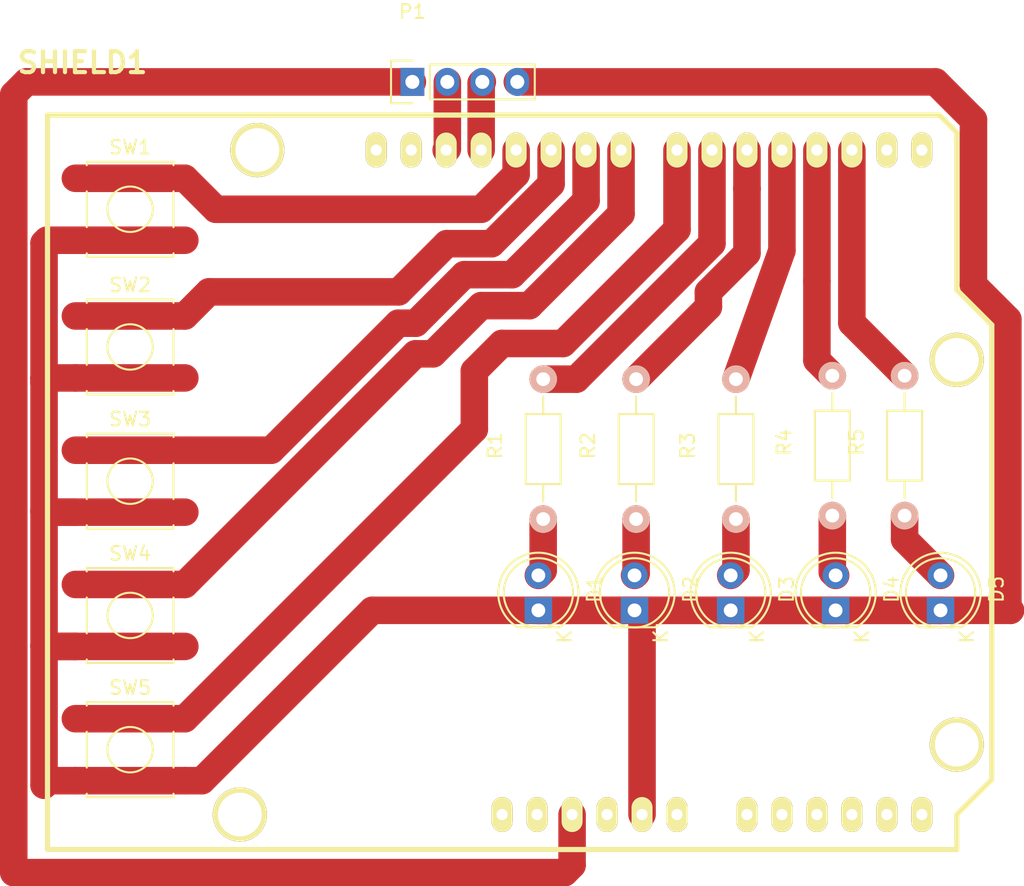
<source format=kicad_pcb>
(kicad_pcb (version 4) (host pcbnew 4.0.2-stable)

  (general
    (links 39)
    (no_connects 0)
    (area 143.75703 43.025 219.640002 107.880002)
    (thickness 1.6)
    (drawings 0)
    (tracks 109)
    (zones 0)
    (modules 17)
    (nets 34)
  )

  (page A4)
  (layers
    (0 F.Cu signal)
    (31 B.Cu signal)
    (32 B.Adhes user)
    (33 F.Adhes user)
    (34 B.Paste user)
    (35 F.Paste user)
    (36 B.SilkS user)
    (37 F.SilkS user)
    (38 B.Mask user)
    (39 F.Mask user)
    (40 Dwgs.User user)
    (41 Cmts.User user)
    (42 Eco1.User user)
    (43 Eco2.User user)
    (44 Edge.Cuts user)
    (45 Margin user)
    (46 B.CrtYd user)
    (47 F.CrtYd user)
    (48 B.Fab user)
    (49 F.Fab user)
  )

  (setup
    (last_trace_width 2)
    (trace_clearance 0.2)
    (zone_clearance 0.5)
    (zone_45_only no)
    (trace_min 0.2)
    (segment_width 0.2)
    (edge_width 0.15)
    (via_size 0.6)
    (via_drill 0.4)
    (via_min_size 0.4)
    (via_min_drill 0.3)
    (uvia_size 0.3)
    (uvia_drill 0.1)
    (uvias_allowed no)
    (uvia_min_size 0.2)
    (uvia_min_drill 0.1)
    (pcb_text_width 0.3)
    (pcb_text_size 1.5 1.5)
    (mod_edge_width 0.15)
    (mod_text_size 1 1)
    (mod_text_width 0.15)
    (pad_size 2 1.9)
    (pad_drill 1.00076)
    (pad_to_mask_clearance 0.2)
    (aux_axis_origin 0 0)
    (visible_elements FFFFFF7F)
    (pcbplotparams
      (layerselection 0x00000_00000001)
      (usegerberextensions false)
      (excludeedgelayer true)
      (linewidth 0.100000)
      (plotframeref false)
      (viasonmask false)
      (mode 1)
      (useauxorigin false)
      (hpglpennumber 1)
      (hpglpenspeed 20)
      (hpglpendiameter 15)
      (hpglpenoverlay 2)
      (psnegative false)
      (psa4output false)
      (plotreference false)
      (plotvalue false)
      (plotinvisibletext false)
      (padsonsilk false)
      (subtractmaskfromsilk false)
      (outputformat 5)
      (mirror false)
      (drillshape 2)
      (scaleselection 1)
      (outputdirectory ""))
  )

  (net 0 "")
  (net 1 "Net-(D1-Pad1)")
  (net 2 "Net-(D1-Pad2)")
  (net 3 "Net-(P1-Pad1)")
  (net 4 "Net-(P1-Pad2)")
  (net 5 "Net-(P1-Pad3)")
  (net 6 "Net-(R1-Pad2)")
  (net 7 "Net-(R2-Pad2)")
  (net 8 "Net-(R3-Pad2)")
  (net 9 "Net-(R4-Pad2)")
  (net 10 "Net-(R5-Pad2)")
  (net 11 "Net-(SHIELD1-PadAD5)")
  (net 12 "Net-(SHIELD1-PadAD4)")
  (net 13 "Net-(SHIELD1-PadAD3)")
  (net 14 "Net-(SHIELD1-PadAD0)")
  (net 15 "Net-(SHIELD1-PadAD1)")
  (net 16 "Net-(SHIELD1-PadAD2)")
  (net 17 "Net-(SHIELD1-PadV_IN)")
  (net 18 "Net-(SHIELD1-PadGND1)")
  (net 19 "Net-(SHIELD1-Pad3V3)")
  (net 20 "Net-(SHIELD1-PadRST)")
  (net 21 "Net-(SHIELD1-Pad0)")
  (net 22 "Net-(SHIELD1-Pad1)")
  (net 23 "Net-(SHIELD1-Pad7)")
  (net 24 "Net-(SHIELD1-Pad8)")
  (net 25 "Net-(SHIELD1-Pad9)")
  (net 26 "Net-(SHIELD1-Pad10)")
  (net 27 "Net-(SHIELD1-Pad11)")
  (net 28 "Net-(SHIELD1-PadGND3)")
  (net 29 "Net-(SHIELD1-PadAREF)")
  (net 30 "Net-(D3-Pad2)")
  (net 31 "Net-(D4-Pad2)")
  (net 32 "Net-(D5-Pad2)")
  (net 33 "Net-(D2-Pad2)")

  (net_class Default "This is the default net class."
    (clearance 0.2)
    (trace_width 2)
    (via_dia 0.6)
    (via_drill 0.4)
    (uvia_dia 0.3)
    (uvia_drill 0.1)
    (add_net "Net-(D1-Pad1)")
    (add_net "Net-(D1-Pad2)")
    (add_net "Net-(D2-Pad2)")
    (add_net "Net-(D3-Pad2)")
    (add_net "Net-(D4-Pad2)")
    (add_net "Net-(D5-Pad2)")
    (add_net "Net-(P1-Pad1)")
    (add_net "Net-(P1-Pad2)")
    (add_net "Net-(P1-Pad3)")
    (add_net "Net-(R1-Pad2)")
    (add_net "Net-(R2-Pad2)")
    (add_net "Net-(R3-Pad2)")
    (add_net "Net-(R4-Pad2)")
    (add_net "Net-(R5-Pad2)")
    (add_net "Net-(SHIELD1-Pad0)")
    (add_net "Net-(SHIELD1-Pad1)")
    (add_net "Net-(SHIELD1-Pad10)")
    (add_net "Net-(SHIELD1-Pad11)")
    (add_net "Net-(SHIELD1-Pad3V3)")
    (add_net "Net-(SHIELD1-Pad7)")
    (add_net "Net-(SHIELD1-Pad8)")
    (add_net "Net-(SHIELD1-Pad9)")
    (add_net "Net-(SHIELD1-PadAD0)")
    (add_net "Net-(SHIELD1-PadAD1)")
    (add_net "Net-(SHIELD1-PadAD2)")
    (add_net "Net-(SHIELD1-PadAD3)")
    (add_net "Net-(SHIELD1-PadAD4)")
    (add_net "Net-(SHIELD1-PadAD5)")
    (add_net "Net-(SHIELD1-PadAREF)")
    (add_net "Net-(SHIELD1-PadGND1)")
    (add_net "Net-(SHIELD1-PadGND3)")
    (add_net "Net-(SHIELD1-PadRST)")
    (add_net "Net-(SHIELD1-PadV_IN)")
  )

  (module LEDs:LED-5MM (layer F.Cu) (tedit 5570F7EA) (tstamp 586EE5DE)
    (at 184.15 87.63 90)
    (descr "LED 5mm round vertical")
    (tags "LED 5mm round vertical")
    (path /586EE6BA)
    (fp_text reference D1 (at 1.524 4.064 90) (layer F.SilkS)
      (effects (font (size 1 1) (thickness 0.15)))
    )
    (fp_text value LED (at 1.524 -3.937 90) (layer F.Fab)
      (effects (font (size 1 1) (thickness 0.15)))
    )
    (fp_line (start -1.5 -1.55) (end -1.5 1.55) (layer F.CrtYd) (width 0.05))
    (fp_arc (start 1.3 0) (end -1.5 1.55) (angle -302) (layer F.CrtYd) (width 0.05))
    (fp_arc (start 1.27 0) (end -1.23 -1.5) (angle 297.5) (layer F.SilkS) (width 0.15))
    (fp_line (start -1.23 1.5) (end -1.23 -1.5) (layer F.SilkS) (width 0.15))
    (fp_circle (center 1.27 0) (end 0.97 -2.5) (layer F.SilkS) (width 0.15))
    (fp_text user K (at -1.905 1.905 90) (layer F.SilkS)
      (effects (font (size 1 1) (thickness 0.15)))
    )
    (pad 1 thru_hole rect (at 0 0 180) (size 2 1.9) (drill 1.00076) (layers *.Cu *.Mask)
      (net 1 "Net-(D1-Pad1)"))
    (pad 2 thru_hole circle (at 2.54 0 90) (size 1.9 1.9) (drill 1.00076) (layers *.Cu *.Mask)
      (net 2 "Net-(D1-Pad2)"))
    (model LEDs.3dshapes/LED-5MM.wrl
      (at (xyz 0.05 0 0))
      (scale (xyz 1 1 1))
      (rotate (xyz 0 0 90))
    )
  )

  (module LEDs:LED-5MM (layer F.Cu) (tedit 588D1552) (tstamp 586EE5E4)
    (at 191.135 87.63 90)
    (descr "LED 5mm round vertical")
    (tags "LED 5mm round vertical")
    (path /586EE4DB)
    (fp_text reference D2 (at 1.524 4.064 90) (layer F.SilkS)
      (effects (font (size 1 1) (thickness 0.15)))
    )
    (fp_text value LED (at 1.524 -3.937 90) (layer F.Fab)
      (effects (font (size 1 1) (thickness 0.15)))
    )
    (fp_line (start -1.5 -1.55) (end -1.5 1.55) (layer F.CrtYd) (width 0.05))
    (fp_arc (start 1.3 0) (end -1.5 1.55) (angle -302) (layer F.CrtYd) (width 0.05))
    (fp_arc (start 1.27 0) (end -1.23 -1.5) (angle 297.5) (layer F.SilkS) (width 0.15))
    (fp_line (start -1.23 1.5) (end -1.23 -1.5) (layer F.SilkS) (width 0.15))
    (fp_circle (center 1.27 0) (end 0.97 -2.5) (layer F.SilkS) (width 0.15))
    (fp_text user K (at -1.905 1.905 90) (layer F.SilkS)
      (effects (font (size 1 1) (thickness 0.15)))
    )
    (pad 1 thru_hole rect (at 0 0 180) (size 2 1.9) (drill 1.00076) (layers *.Cu *.Mask)
      (net 1 "Net-(D1-Pad1)"))
    (pad 2 thru_hole circle (at 2.54 0 90) (size 1.9 1.9) (drill 1.00076) (layers *.Cu *.Mask)
      (net 33 "Net-(D2-Pad2)"))
    (model LEDs.3dshapes/LED-5MM.wrl
      (at (xyz 0.05 0 0))
      (scale (xyz 1 1 1))
      (rotate (xyz 0 0 90))
    )
  )

  (module LEDs:LED-5MM (layer F.Cu) (tedit 5570F7EA) (tstamp 586EE5EA)
    (at 198.12 87.63 90)
    (descr "LED 5mm round vertical")
    (tags "LED 5mm round vertical")
    (path /586EE51D)
    (fp_text reference D3 (at 1.524 4.064 90) (layer F.SilkS)
      (effects (font (size 1 1) (thickness 0.15)))
    )
    (fp_text value LED (at 1.524 -3.937 90) (layer F.Fab)
      (effects (font (size 1 1) (thickness 0.15)))
    )
    (fp_line (start -1.5 -1.55) (end -1.5 1.55) (layer F.CrtYd) (width 0.05))
    (fp_arc (start 1.3 0) (end -1.5 1.55) (angle -302) (layer F.CrtYd) (width 0.05))
    (fp_arc (start 1.27 0) (end -1.23 -1.5) (angle 297.5) (layer F.SilkS) (width 0.15))
    (fp_line (start -1.23 1.5) (end -1.23 -1.5) (layer F.SilkS) (width 0.15))
    (fp_circle (center 1.27 0) (end 0.97 -2.5) (layer F.SilkS) (width 0.15))
    (fp_text user K (at -1.905 1.905 90) (layer F.SilkS)
      (effects (font (size 1 1) (thickness 0.15)))
    )
    (pad 1 thru_hole rect (at 0 0 180) (size 2 1.9) (drill 1.00076) (layers *.Cu *.Mask)
      (net 1 "Net-(D1-Pad1)"))
    (pad 2 thru_hole circle (at 2.54 0 90) (size 1.9 1.9) (drill 1.00076) (layers *.Cu *.Mask)
      (net 30 "Net-(D3-Pad2)"))
    (model LEDs.3dshapes/LED-5MM.wrl
      (at (xyz 0.05 0 0))
      (scale (xyz 1 1 1))
      (rotate (xyz 0 0 90))
    )
  )

  (module LEDs:LED-5MM (layer F.Cu) (tedit 5570F7EA) (tstamp 586EE5F0)
    (at 205.74 87.63 90)
    (descr "LED 5mm round vertical")
    (tags "LED 5mm round vertical")
    (path /586EE601)
    (fp_text reference D4 (at 1.524 4.064 90) (layer F.SilkS)
      (effects (font (size 1 1) (thickness 0.15)))
    )
    (fp_text value LED (at 1.524 -3.937 90) (layer F.Fab)
      (effects (font (size 1 1) (thickness 0.15)))
    )
    (fp_line (start -1.5 -1.55) (end -1.5 1.55) (layer F.CrtYd) (width 0.05))
    (fp_arc (start 1.3 0) (end -1.5 1.55) (angle -302) (layer F.CrtYd) (width 0.05))
    (fp_arc (start 1.27 0) (end -1.23 -1.5) (angle 297.5) (layer F.SilkS) (width 0.15))
    (fp_line (start -1.23 1.5) (end -1.23 -1.5) (layer F.SilkS) (width 0.15))
    (fp_circle (center 1.27 0) (end 0.97 -2.5) (layer F.SilkS) (width 0.15))
    (fp_text user K (at -1.905 1.905 90) (layer F.SilkS)
      (effects (font (size 1 1) (thickness 0.15)))
    )
    (pad 1 thru_hole rect (at 0 0 180) (size 2 1.9) (drill 1.00076) (layers *.Cu *.Mask)
      (net 1 "Net-(D1-Pad1)"))
    (pad 2 thru_hole circle (at 2.54 0 90) (size 1.9 1.9) (drill 1.00076) (layers *.Cu *.Mask)
      (net 31 "Net-(D4-Pad2)"))
    (model LEDs.3dshapes/LED-5MM.wrl
      (at (xyz 0.05 0 0))
      (scale (xyz 1 1 1))
      (rotate (xyz 0 0 90))
    )
  )

  (module LEDs:LED-5MM (layer F.Cu) (tedit 5570F7EA) (tstamp 586EE5F6)
    (at 213.36 87.63 90)
    (descr "LED 5mm round vertical")
    (tags "LED 5mm round vertical")
    (path /586EE62F)
    (fp_text reference D5 (at 1.524 4.064 90) (layer F.SilkS)
      (effects (font (size 1 1) (thickness 0.15)))
    )
    (fp_text value LED (at 1.524 -3.937 90) (layer F.Fab)
      (effects (font (size 1 1) (thickness 0.15)))
    )
    (fp_line (start -1.5 -1.55) (end -1.5 1.55) (layer F.CrtYd) (width 0.05))
    (fp_arc (start 1.3 0) (end -1.5 1.55) (angle -302) (layer F.CrtYd) (width 0.05))
    (fp_arc (start 1.27 0) (end -1.23 -1.5) (angle 297.5) (layer F.SilkS) (width 0.15))
    (fp_line (start -1.23 1.5) (end -1.23 -1.5) (layer F.SilkS) (width 0.15))
    (fp_circle (center 1.27 0) (end 0.97 -2.5) (layer F.SilkS) (width 0.15))
    (fp_text user K (at -1.905 1.905 90) (layer F.SilkS)
      (effects (font (size 1 1) (thickness 0.15)))
    )
    (pad 1 thru_hole rect (at 0 0 180) (size 2 1.9) (drill 1.00076) (layers *.Cu *.Mask)
      (net 1 "Net-(D1-Pad1)"))
    (pad 2 thru_hole circle (at 2.54 0 90) (size 1.9 1.9) (drill 1.00076) (layers *.Cu *.Mask)
      (net 32 "Net-(D5-Pad2)"))
    (model LEDs.3dshapes/LED-5MM.wrl
      (at (xyz 0.05 0 0))
      (scale (xyz 1 1 1))
      (rotate (xyz 0 0 90))
    )
  )

  (module Socket_Strips:Socket_Strip_Straight_1x04 (layer F.Cu) (tedit 0) (tstamp 586EE5FE)
    (at 175 49.25)
    (descr "Through hole socket strip")
    (tags "socket strip")
    (path /586EE8F7)
    (fp_text reference P1 (at 0 -5.1) (layer F.SilkS)
      (effects (font (size 1 1) (thickness 0.15)))
    )
    (fp_text value CONN_01X04 (at 0 -3.1) (layer F.Fab)
      (effects (font (size 1 1) (thickness 0.15)))
    )
    (fp_line (start -1.75 -1.75) (end -1.75 1.75) (layer F.CrtYd) (width 0.05))
    (fp_line (start 9.4 -1.75) (end 9.4 1.75) (layer F.CrtYd) (width 0.05))
    (fp_line (start -1.75 -1.75) (end 9.4 -1.75) (layer F.CrtYd) (width 0.05))
    (fp_line (start -1.75 1.75) (end 9.4 1.75) (layer F.CrtYd) (width 0.05))
    (fp_line (start 1.27 -1.27) (end 8.89 -1.27) (layer F.SilkS) (width 0.15))
    (fp_line (start 1.27 1.27) (end 8.89 1.27) (layer F.SilkS) (width 0.15))
    (fp_line (start -1.55 1.55) (end 0 1.55) (layer F.SilkS) (width 0.15))
    (fp_line (start 8.89 -1.27) (end 8.89 1.27) (layer F.SilkS) (width 0.15))
    (fp_line (start 1.27 1.27) (end 1.27 -1.27) (layer F.SilkS) (width 0.15))
    (fp_line (start 0 -1.55) (end -1.55 -1.55) (layer F.SilkS) (width 0.15))
    (fp_line (start -1.55 -1.55) (end -1.55 1.55) (layer F.SilkS) (width 0.15))
    (pad 1 thru_hole rect (at 0 0) (size 1.7272 2.032) (drill 1.016) (layers *.Cu *.Mask)
      (net 3 "Net-(P1-Pad1)"))
    (pad 2 thru_hole oval (at 2.54 0) (size 1.7272 2.032) (drill 1.016) (layers *.Cu *.Mask)
      (net 4 "Net-(P1-Pad2)"))
    (pad 3 thru_hole oval (at 5.08 0) (size 1.7272 2.032) (drill 1.016) (layers *.Cu *.Mask)
      (net 5 "Net-(P1-Pad3)"))
    (pad 4 thru_hole oval (at 7.62 0) (size 1.7272 2.032) (drill 1.016) (layers *.Cu *.Mask)
      (net 1 "Net-(D1-Pad1)"))
    (model Socket_Strips.3dshapes/Socket_Strip_Straight_1x04.wrl
      (at (xyz 0.15 0 0))
      (scale (xyz 1 1 1))
      (rotate (xyz 0 0 180))
    )
  )

  (module Resistors_ThroughHole:Resistor_Horizontal_RM10mm (layer F.Cu) (tedit 56648415) (tstamp 586EE604)
    (at 184.5 81 90)
    (descr "Resistor, Axial,  RM 10mm, 1/3W")
    (tags "Resistor Axial RM 10mm 1/3W")
    (path /586EE4B9)
    (fp_text reference R1 (at 5.32892 -3.50012 90) (layer F.SilkS)
      (effects (font (size 1 1) (thickness 0.15)))
    )
    (fp_text value R (at 5.08 3.81 90) (layer F.Fab)
      (effects (font (size 1 1) (thickness 0.15)))
    )
    (fp_line (start -1.25 -1.5) (end 11.4 -1.5) (layer F.CrtYd) (width 0.05))
    (fp_line (start -1.25 1.5) (end -1.25 -1.5) (layer F.CrtYd) (width 0.05))
    (fp_line (start 11.4 -1.5) (end 11.4 1.5) (layer F.CrtYd) (width 0.05))
    (fp_line (start -1.25 1.5) (end 11.4 1.5) (layer F.CrtYd) (width 0.05))
    (fp_line (start 2.54 -1.27) (end 7.62 -1.27) (layer F.SilkS) (width 0.15))
    (fp_line (start 7.62 -1.27) (end 7.62 1.27) (layer F.SilkS) (width 0.15))
    (fp_line (start 7.62 1.27) (end 2.54 1.27) (layer F.SilkS) (width 0.15))
    (fp_line (start 2.54 1.27) (end 2.54 -1.27) (layer F.SilkS) (width 0.15))
    (fp_line (start 2.54 0) (end 1.27 0) (layer F.SilkS) (width 0.15))
    (fp_line (start 7.62 0) (end 8.89 0) (layer F.SilkS) (width 0.15))
    (pad 1 thru_hole circle (at 0 0 90) (size 1.99898 1.99898) (drill 1.00076) (layers *.Cu *.SilkS *.Mask)
      (net 2 "Net-(D1-Pad2)"))
    (pad 2 thru_hole circle (at 10.16 0 90) (size 1.99898 1.99898) (drill 1.00076) (layers *.Cu *.SilkS *.Mask)
      (net 6 "Net-(R1-Pad2)"))
    (model Resistors_ThroughHole.3dshapes/Resistor_Horizontal_RM10mm.wrl
      (at (xyz 0.2 0 0))
      (scale (xyz 0.4 0.4 0.4))
      (rotate (xyz 0 0 0))
    )
  )

  (module Resistors_ThroughHole:Resistor_Horizontal_RM10mm (layer F.Cu) (tedit 56648415) (tstamp 586EE60A)
    (at 191.25 81 90)
    (descr "Resistor, Axial,  RM 10mm, 1/3W")
    (tags "Resistor Axial RM 10mm 1/3W")
    (path /586EE494)
    (fp_text reference R2 (at 5.32892 -3.50012 90) (layer F.SilkS)
      (effects (font (size 1 1) (thickness 0.15)))
    )
    (fp_text value R (at 5.08 3.81 90) (layer F.Fab)
      (effects (font (size 1 1) (thickness 0.15)))
    )
    (fp_line (start -1.25 -1.5) (end 11.4 -1.5) (layer F.CrtYd) (width 0.05))
    (fp_line (start -1.25 1.5) (end -1.25 -1.5) (layer F.CrtYd) (width 0.05))
    (fp_line (start 11.4 -1.5) (end 11.4 1.5) (layer F.CrtYd) (width 0.05))
    (fp_line (start -1.25 1.5) (end 11.4 1.5) (layer F.CrtYd) (width 0.05))
    (fp_line (start 2.54 -1.27) (end 7.62 -1.27) (layer F.SilkS) (width 0.15))
    (fp_line (start 7.62 -1.27) (end 7.62 1.27) (layer F.SilkS) (width 0.15))
    (fp_line (start 7.62 1.27) (end 2.54 1.27) (layer F.SilkS) (width 0.15))
    (fp_line (start 2.54 1.27) (end 2.54 -1.27) (layer F.SilkS) (width 0.15))
    (fp_line (start 2.54 0) (end 1.27 0) (layer F.SilkS) (width 0.15))
    (fp_line (start 7.62 0) (end 8.89 0) (layer F.SilkS) (width 0.15))
    (pad 1 thru_hole circle (at 0 0 90) (size 1.99898 1.99898) (drill 1.00076) (layers *.Cu *.SilkS *.Mask)
      (net 33 "Net-(D2-Pad2)"))
    (pad 2 thru_hole circle (at 10.16 0 90) (size 1.99898 1.99898) (drill 1.00076) (layers *.Cu *.SilkS *.Mask)
      (net 7 "Net-(R2-Pad2)"))
    (model Resistors_ThroughHole.3dshapes/Resistor_Horizontal_RM10mm.wrl
      (at (xyz 0.2 0 0))
      (scale (xyz 0.4 0.4 0.4))
      (rotate (xyz 0 0 0))
    )
  )

  (module Resistors_ThroughHole:Resistor_Horizontal_RM10mm (layer F.Cu) (tedit 56648415) (tstamp 586EE610)
    (at 198.5 81 90)
    (descr "Resistor, Axial,  RM 10mm, 1/3W")
    (tags "Resistor Axial RM 10mm 1/3W")
    (path /586EE478)
    (fp_text reference R3 (at 5.32892 -3.50012 90) (layer F.SilkS)
      (effects (font (size 1 1) (thickness 0.15)))
    )
    (fp_text value R (at 5.08 3.81 90) (layer F.Fab)
      (effects (font (size 1 1) (thickness 0.15)))
    )
    (fp_line (start -1.25 -1.5) (end 11.4 -1.5) (layer F.CrtYd) (width 0.05))
    (fp_line (start -1.25 1.5) (end -1.25 -1.5) (layer F.CrtYd) (width 0.05))
    (fp_line (start 11.4 -1.5) (end 11.4 1.5) (layer F.CrtYd) (width 0.05))
    (fp_line (start -1.25 1.5) (end 11.4 1.5) (layer F.CrtYd) (width 0.05))
    (fp_line (start 2.54 -1.27) (end 7.62 -1.27) (layer F.SilkS) (width 0.15))
    (fp_line (start 7.62 -1.27) (end 7.62 1.27) (layer F.SilkS) (width 0.15))
    (fp_line (start 7.62 1.27) (end 2.54 1.27) (layer F.SilkS) (width 0.15))
    (fp_line (start 2.54 1.27) (end 2.54 -1.27) (layer F.SilkS) (width 0.15))
    (fp_line (start 2.54 0) (end 1.27 0) (layer F.SilkS) (width 0.15))
    (fp_line (start 7.62 0) (end 8.89 0) (layer F.SilkS) (width 0.15))
    (pad 1 thru_hole circle (at 0 0 90) (size 1.99898 1.99898) (drill 1.00076) (layers *.Cu *.SilkS *.Mask)
      (net 30 "Net-(D3-Pad2)"))
    (pad 2 thru_hole circle (at 10.16 0 90) (size 1.99898 1.99898) (drill 1.00076) (layers *.Cu *.SilkS *.Mask)
      (net 8 "Net-(R3-Pad2)"))
    (model Resistors_ThroughHole.3dshapes/Resistor_Horizontal_RM10mm.wrl
      (at (xyz 0.2 0 0))
      (scale (xyz 0.4 0.4 0.4))
      (rotate (xyz 0 0 0))
    )
  )

  (module Resistors_ThroughHole:Resistor_Horizontal_RM10mm (layer F.Cu) (tedit 56648415) (tstamp 586EE616)
    (at 205.5 80.75 90)
    (descr "Resistor, Axial,  RM 10mm, 1/3W")
    (tags "Resistor Axial RM 10mm 1/3W")
    (path /586EE17D)
    (fp_text reference R4 (at 5.32892 -3.50012 90) (layer F.SilkS)
      (effects (font (size 1 1) (thickness 0.15)))
    )
    (fp_text value R (at 5.08 3.81 90) (layer F.Fab)
      (effects (font (size 1 1) (thickness 0.15)))
    )
    (fp_line (start -1.25 -1.5) (end 11.4 -1.5) (layer F.CrtYd) (width 0.05))
    (fp_line (start -1.25 1.5) (end -1.25 -1.5) (layer F.CrtYd) (width 0.05))
    (fp_line (start 11.4 -1.5) (end 11.4 1.5) (layer F.CrtYd) (width 0.05))
    (fp_line (start -1.25 1.5) (end 11.4 1.5) (layer F.CrtYd) (width 0.05))
    (fp_line (start 2.54 -1.27) (end 7.62 -1.27) (layer F.SilkS) (width 0.15))
    (fp_line (start 7.62 -1.27) (end 7.62 1.27) (layer F.SilkS) (width 0.15))
    (fp_line (start 7.62 1.27) (end 2.54 1.27) (layer F.SilkS) (width 0.15))
    (fp_line (start 2.54 1.27) (end 2.54 -1.27) (layer F.SilkS) (width 0.15))
    (fp_line (start 2.54 0) (end 1.27 0) (layer F.SilkS) (width 0.15))
    (fp_line (start 7.62 0) (end 8.89 0) (layer F.SilkS) (width 0.15))
    (pad 1 thru_hole circle (at 0 0 90) (size 1.99898 1.99898) (drill 1.00076) (layers *.Cu *.SilkS *.Mask)
      (net 31 "Net-(D4-Pad2)"))
    (pad 2 thru_hole circle (at 10.16 0 90) (size 1.99898 1.99898) (drill 1.00076) (layers *.Cu *.SilkS *.Mask)
      (net 9 "Net-(R4-Pad2)"))
    (model Resistors_ThroughHole.3dshapes/Resistor_Horizontal_RM10mm.wrl
      (at (xyz 0.2 0 0))
      (scale (xyz 0.4 0.4 0.4))
      (rotate (xyz 0 0 0))
    )
  )

  (module Resistors_ThroughHole:Resistor_Horizontal_RM10mm (layer F.Cu) (tedit 56648415) (tstamp 586EE61C)
    (at 210.75 80.75 90)
    (descr "Resistor, Axial,  RM 10mm, 1/3W")
    (tags "Resistor Axial RM 10mm 1/3W")
    (path /586EE2DF)
    (fp_text reference R5 (at 5.32892 -3.50012 90) (layer F.SilkS)
      (effects (font (size 1 1) (thickness 0.15)))
    )
    (fp_text value R (at 5.08 3.81 90) (layer F.Fab)
      (effects (font (size 1 1) (thickness 0.15)))
    )
    (fp_line (start -1.25 -1.5) (end 11.4 -1.5) (layer F.CrtYd) (width 0.05))
    (fp_line (start -1.25 1.5) (end -1.25 -1.5) (layer F.CrtYd) (width 0.05))
    (fp_line (start 11.4 -1.5) (end 11.4 1.5) (layer F.CrtYd) (width 0.05))
    (fp_line (start -1.25 1.5) (end 11.4 1.5) (layer F.CrtYd) (width 0.05))
    (fp_line (start 2.54 -1.27) (end 7.62 -1.27) (layer F.SilkS) (width 0.15))
    (fp_line (start 7.62 -1.27) (end 7.62 1.27) (layer F.SilkS) (width 0.15))
    (fp_line (start 7.62 1.27) (end 2.54 1.27) (layer F.SilkS) (width 0.15))
    (fp_line (start 2.54 1.27) (end 2.54 -1.27) (layer F.SilkS) (width 0.15))
    (fp_line (start 2.54 0) (end 1.27 0) (layer F.SilkS) (width 0.15))
    (fp_line (start 7.62 0) (end 8.89 0) (layer F.SilkS) (width 0.15))
    (pad 1 thru_hole circle (at 0 0 90) (size 1.99898 1.99898) (drill 1.00076) (layers *.Cu *.SilkS *.Mask)
      (net 32 "Net-(D5-Pad2)"))
    (pad 2 thru_hole circle (at 10.16 0 90) (size 1.99898 1.99898) (drill 1.00076) (layers *.Cu *.SilkS *.Mask)
      (net 10 "Net-(R5-Pad2)"))
    (model Resistors_ThroughHole.3dshapes/Resistor_Horizontal_RM10mm.wrl
      (at (xyz 0.2 0 0))
      (scale (xyz 0.4 0.4 0.4))
      (rotate (xyz 0 0 0))
    )
  )

  (module "arduino:ARDUINO SHIELD" (layer F.Cu) (tedit 4CD6A37D) (tstamp 586EE640)
    (at 148.5 105)
    (path /586EE053)
    (fp_text reference SHIELD1 (at 2.54 -57.15) (layer F.SilkS)
      (effects (font (thickness 0.3048)))
    )
    (fp_text value ARDUINO_SHIELD (at 5.08 -54.61) (layer F.SilkS) hide
      (effects (font (thickness 0.3048)))
    )
    (fp_line (start 66.04 -40.64) (end 66.04 -52.07) (layer F.SilkS) (width 0.381))
    (fp_line (start 66.04 -52.07) (end 64.77 -53.34) (layer F.SilkS) (width 0.381))
    (fp_line (start 64.77 -53.34) (end 0 -53.34) (layer F.SilkS) (width 0.381))
    (fp_line (start 66.04 0) (end 0 0) (layer F.SilkS) (width 0.381))
    (fp_line (start 0 0) (end 0 -53.34) (layer F.SilkS) (width 0.381))
    (fp_line (start 66.04 -40.64) (end 68.58 -38.1) (layer F.SilkS) (width 0.381))
    (fp_line (start 68.58 -38.1) (end 68.58 -5.08) (layer F.SilkS) (width 0.381))
    (fp_line (start 68.58 -5.08) (end 66.04 -2.54) (layer F.SilkS) (width 0.381))
    (fp_line (start 66.04 -2.54) (end 66.04 0) (layer F.SilkS) (width 0.381))
    (pad AD5 thru_hole oval (at 63.5 -2.54 90) (size 2.54 1.524) (drill 0.8128) (layers *.Cu *.Mask F.SilkS)
      (net 11 "Net-(SHIELD1-PadAD5)"))
    (pad AD4 thru_hole oval (at 60.96 -2.54 90) (size 2.54 1.524) (drill 0.8128) (layers *.Cu *.Mask F.SilkS)
      (net 12 "Net-(SHIELD1-PadAD4)"))
    (pad AD3 thru_hole oval (at 58.42 -2.54 90) (size 2.54 1.524) (drill 0.8128) (layers *.Cu *.Mask F.SilkS)
      (net 13 "Net-(SHIELD1-PadAD3)"))
    (pad AD0 thru_hole oval (at 50.8 -2.54 90) (size 2.54 1.524) (drill 0.8128) (layers *.Cu *.Mask F.SilkS)
      (net 14 "Net-(SHIELD1-PadAD0)"))
    (pad AD1 thru_hole oval (at 53.34 -2.54 90) (size 2.54 1.524) (drill 0.8128) (layers *.Cu *.Mask F.SilkS)
      (net 15 "Net-(SHIELD1-PadAD1)"))
    (pad AD2 thru_hole oval (at 55.88 -2.54 90) (size 2.54 1.524) (drill 0.8128) (layers *.Cu *.Mask F.SilkS)
      (net 16 "Net-(SHIELD1-PadAD2)"))
    (pad V_IN thru_hole oval (at 45.72 -2.54 90) (size 2.54 1.524) (drill 0.8128) (layers *.Cu *.Mask F.SilkS)
      (net 17 "Net-(SHIELD1-PadV_IN)"))
    (pad GND2 thru_hole oval (at 43.18 -2.54 90) (size 2.54 1.524) (drill 0.8128) (layers *.Cu *.Mask F.SilkS)
      (net 1 "Net-(D1-Pad1)"))
    (pad GND1 thru_hole oval (at 40.64 -2.54 90) (size 2.54 1.524) (drill 0.8128) (layers *.Cu *.Mask F.SilkS)
      (net 18 "Net-(SHIELD1-PadGND1)"))
    (pad 3V3 thru_hole oval (at 35.56 -2.54 90) (size 2.54 1.524) (drill 0.8128) (layers *.Cu *.Mask F.SilkS)
      (net 19 "Net-(SHIELD1-Pad3V3)"))
    (pad RST thru_hole oval (at 33.02 -2.54 90) (size 2.54 1.524) (drill 0.8128) (layers *.Cu *.Mask F.SilkS)
      (net 20 "Net-(SHIELD1-PadRST)"))
    (pad 0 thru_hole oval (at 63.5 -50.8 90) (size 2.54 1.524) (drill 0.8128) (layers *.Cu *.Mask F.SilkS)
      (net 21 "Net-(SHIELD1-Pad0)"))
    (pad 1 thru_hole oval (at 60.96 -50.8 90) (size 2.54 1.524) (drill 0.8128) (layers *.Cu *.Mask F.SilkS)
      (net 22 "Net-(SHIELD1-Pad1)"))
    (pad 2 thru_hole oval (at 58.42 -50.8 90) (size 2.54 1.524) (drill 0.8128) (layers *.Cu *.Mask F.SilkS)
      (net 10 "Net-(R5-Pad2)"))
    (pad 3 thru_hole oval (at 55.88 -50.8 90) (size 2.54 1.524) (drill 0.8128) (layers *.Cu *.Mask F.SilkS)
      (net 9 "Net-(R4-Pad2)"))
    (pad 4 thru_hole oval (at 53.34 -50.8 90) (size 2.54 1.524) (drill 0.8128) (layers *.Cu *.Mask F.SilkS)
      (net 8 "Net-(R3-Pad2)"))
    (pad 5 thru_hole oval (at 50.8 -50.8 90) (size 2.54 1.524) (drill 0.8128) (layers *.Cu *.Mask F.SilkS)
      (net 7 "Net-(R2-Pad2)"))
    (pad 6 thru_hole oval (at 48.26 -50.8 90) (size 2.54 1.524) (drill 0.8128) (layers *.Cu *.Mask F.SilkS)
      (net 6 "Net-(R1-Pad2)"))
    (pad 7 thru_hole oval (at 45.72 -50.8 90) (size 2.54 1.524) (drill 0.8128) (layers *.Cu *.Mask F.SilkS)
      (net 23 "Net-(SHIELD1-Pad7)"))
    (pad 8 thru_hole oval (at 41.656 -50.8 90) (size 2.54 1.524) (drill 0.8128) (layers *.Cu *.Mask F.SilkS)
      (net 24 "Net-(SHIELD1-Pad8)"))
    (pad 9 thru_hole oval (at 39.116 -50.8 90) (size 2.54 1.524) (drill 0.8128) (layers *.Cu *.Mask F.SilkS)
      (net 25 "Net-(SHIELD1-Pad9)"))
    (pad 10 thru_hole oval (at 36.576 -50.8 90) (size 2.54 1.524) (drill 0.8128) (layers *.Cu *.Mask F.SilkS)
      (net 26 "Net-(SHIELD1-Pad10)"))
    (pad 11 thru_hole oval (at 34.036 -50.8 90) (size 2.54 1.524) (drill 0.8128) (layers *.Cu *.Mask F.SilkS)
      (net 27 "Net-(SHIELD1-Pad11)"))
    (pad 12 thru_hole oval (at 31.496 -50.8 90) (size 2.54 1.524) (drill 0.8128) (layers *.Cu *.Mask F.SilkS)
      (net 5 "Net-(P1-Pad3)"))
    (pad 13 thru_hole oval (at 28.956 -50.8 90) (size 2.54 1.524) (drill 0.8128) (layers *.Cu *.Mask F.SilkS)
      (net 4 "Net-(P1-Pad2)"))
    (pad GND3 thru_hole oval (at 26.416 -50.8 90) (size 2.54 1.524) (drill 0.8128) (layers *.Cu *.Mask F.SilkS)
      (net 28 "Net-(SHIELD1-PadGND3)"))
    (pad AREF thru_hole oval (at 23.876 -50.8 90) (size 2.54 1.524) (drill 0.8128) (layers *.Cu *.Mask F.SilkS)
      (net 29 "Net-(SHIELD1-PadAREF)"))
    (pad 5V thru_hole oval (at 38.1 -2.54 90) (size 2.54 1.524) (drill 0.8128) (layers *.Cu *.Mask F.SilkS)
      (net 3 "Net-(P1-Pad1)"))
    (pad "" thru_hole circle (at 66.04 -7.62 90) (size 3.937 3.937) (drill 3.175) (layers *.Cu *.Mask F.SilkS))
    (pad "" thru_hole circle (at 66.04 -35.56 90) (size 3.937 3.937) (drill 3.175) (layers *.Cu *.Mask F.SilkS))
    (pad "" thru_hole circle (at 15.24 -50.8 90) (size 3.937 3.937) (drill 3.175) (layers *.Cu *.Mask F.SilkS))
    (pad "" thru_hole circle (at 13.97 -2.54 90) (size 3.937 3.937) (drill 3.175) (layers *.Cu *.Mask F.SilkS))
  )

  (module Buttons_Switches_SMD:SW_SPST_B3S-1000 (layer F.Cu) (tedit 56EDA1C6) (tstamp 586EE648)
    (at 154.5 58.5)
    (descr "Surface Mount Tactile Switch for High-Density Packaging")
    (tags "Tactile Switch")
    (path /586EED79)
    (attr smd)
    (fp_text reference SW1 (at 0 -4.5) (layer F.SilkS)
      (effects (font (size 1 1) (thickness 0.15)))
    )
    (fp_text value SPST (at 0 4.5) (layer F.Fab)
      (effects (font (size 1 1) (thickness 0.15)))
    )
    (fp_line (start -5 3.7) (end 5 3.7) (layer F.CrtYd) (width 0.05))
    (fp_line (start 5 3.7) (end 5 -3.7) (layer F.CrtYd) (width 0.05))
    (fp_line (start 5 -3.7) (end -5 -3.7) (layer F.CrtYd) (width 0.05))
    (fp_line (start -5 -3.7) (end -5 3.7) (layer F.CrtYd) (width 0.05))
    (fp_line (start -3.15 -3.2) (end -3.15 -3.45) (layer F.SilkS) (width 0.15))
    (fp_line (start -3.15 -3.45) (end 3.15 -3.45) (layer F.SilkS) (width 0.15))
    (fp_line (start 3.15 -3.45) (end 3.15 -3.2) (layer F.SilkS) (width 0.15))
    (fp_line (start -3.15 1.3) (end -3.15 -1.3) (layer F.SilkS) (width 0.15))
    (fp_line (start 3.15 3.2) (end 3.15 3.45) (layer F.SilkS) (width 0.15))
    (fp_line (start 3.15 3.45) (end -3.15 3.45) (layer F.SilkS) (width 0.15))
    (fp_line (start -3.15 3.45) (end -3.15 3.2) (layer F.SilkS) (width 0.15))
    (fp_line (start 3.15 -1.3) (end 3.15 1.3) (layer F.SilkS) (width 0.15))
    (fp_circle (center 0 0) (end 1.65 0) (layer F.SilkS) (width 0.15))
    (fp_line (start -3 -3.3) (end 3 -3.3) (layer F.Fab) (width 0.15))
    (fp_line (start 3 -3.3) (end 3 3.3) (layer F.Fab) (width 0.15))
    (fp_line (start 3 3.3) (end -3 3.3) (layer F.Fab) (width 0.15))
    (fp_line (start -3 3.3) (end -3 -3.3) (layer F.Fab) (width 0.15))
    (pad 1 smd rect (at -3.975 -2.25) (size 1.55 1.3) (layers F.Cu F.Paste F.Mask)
      (net 27 "Net-(SHIELD1-Pad11)"))
    (pad 1 smd rect (at 3.975 -2.25) (size 1.55 1.3) (layers F.Cu F.Paste F.Mask)
      (net 27 "Net-(SHIELD1-Pad11)"))
    (pad 2 smd rect (at -3.975 2.25) (size 1.55 1.3) (layers F.Cu F.Paste F.Mask)
      (net 1 "Net-(D1-Pad1)"))
    (pad 2 smd rect (at 3.975 2.25) (size 1.55 1.3) (layers F.Cu F.Paste F.Mask)
      (net 1 "Net-(D1-Pad1)"))
  )

  (module Buttons_Switches_SMD:SW_SPST_B3S-1000 (layer F.Cu) (tedit 56EDA1C6) (tstamp 586EE650)
    (at 154.5 68.5)
    (descr "Surface Mount Tactile Switch for High-Density Packaging")
    (tags "Tactile Switch")
    (path /586EED29)
    (attr smd)
    (fp_text reference SW2 (at 0 -4.5) (layer F.SilkS)
      (effects (font (size 1 1) (thickness 0.15)))
    )
    (fp_text value SPST (at 0 4.5) (layer F.Fab)
      (effects (font (size 1 1) (thickness 0.15)))
    )
    (fp_line (start -5 3.7) (end 5 3.7) (layer F.CrtYd) (width 0.05))
    (fp_line (start 5 3.7) (end 5 -3.7) (layer F.CrtYd) (width 0.05))
    (fp_line (start 5 -3.7) (end -5 -3.7) (layer F.CrtYd) (width 0.05))
    (fp_line (start -5 -3.7) (end -5 3.7) (layer F.CrtYd) (width 0.05))
    (fp_line (start -3.15 -3.2) (end -3.15 -3.45) (layer F.SilkS) (width 0.15))
    (fp_line (start -3.15 -3.45) (end 3.15 -3.45) (layer F.SilkS) (width 0.15))
    (fp_line (start 3.15 -3.45) (end 3.15 -3.2) (layer F.SilkS) (width 0.15))
    (fp_line (start -3.15 1.3) (end -3.15 -1.3) (layer F.SilkS) (width 0.15))
    (fp_line (start 3.15 3.2) (end 3.15 3.45) (layer F.SilkS) (width 0.15))
    (fp_line (start 3.15 3.45) (end -3.15 3.45) (layer F.SilkS) (width 0.15))
    (fp_line (start -3.15 3.45) (end -3.15 3.2) (layer F.SilkS) (width 0.15))
    (fp_line (start 3.15 -1.3) (end 3.15 1.3) (layer F.SilkS) (width 0.15))
    (fp_circle (center 0 0) (end 1.65 0) (layer F.SilkS) (width 0.15))
    (fp_line (start -3 -3.3) (end 3 -3.3) (layer F.Fab) (width 0.15))
    (fp_line (start 3 -3.3) (end 3 3.3) (layer F.Fab) (width 0.15))
    (fp_line (start 3 3.3) (end -3 3.3) (layer F.Fab) (width 0.15))
    (fp_line (start -3 3.3) (end -3 -3.3) (layer F.Fab) (width 0.15))
    (pad 1 smd rect (at -3.975 -2.25) (size 1.55 1.3) (layers F.Cu F.Paste F.Mask)
      (net 26 "Net-(SHIELD1-Pad10)"))
    (pad 1 smd rect (at 3.975 -2.25) (size 1.55 1.3) (layers F.Cu F.Paste F.Mask)
      (net 26 "Net-(SHIELD1-Pad10)"))
    (pad 2 smd rect (at -3.975 2.25) (size 1.55 1.3) (layers F.Cu F.Paste F.Mask)
      (net 1 "Net-(D1-Pad1)"))
    (pad 2 smd rect (at 3.975 2.25) (size 1.55 1.3) (layers F.Cu F.Paste F.Mask)
      (net 1 "Net-(D1-Pad1)"))
  )

  (module Buttons_Switches_SMD:SW_SPST_B3S-1000 (layer F.Cu) (tedit 56EDA1C6) (tstamp 586EE658)
    (at 154.5 78.25)
    (descr "Surface Mount Tactile Switch for High-Density Packaging")
    (tags "Tactile Switch")
    (path /586EECDE)
    (attr smd)
    (fp_text reference SW3 (at 0 -4.5) (layer F.SilkS)
      (effects (font (size 1 1) (thickness 0.15)))
    )
    (fp_text value SPST (at 0 4.5) (layer F.Fab)
      (effects (font (size 1 1) (thickness 0.15)))
    )
    (fp_line (start -5 3.7) (end 5 3.7) (layer F.CrtYd) (width 0.05))
    (fp_line (start 5 3.7) (end 5 -3.7) (layer F.CrtYd) (width 0.05))
    (fp_line (start 5 -3.7) (end -5 -3.7) (layer F.CrtYd) (width 0.05))
    (fp_line (start -5 -3.7) (end -5 3.7) (layer F.CrtYd) (width 0.05))
    (fp_line (start -3.15 -3.2) (end -3.15 -3.45) (layer F.SilkS) (width 0.15))
    (fp_line (start -3.15 -3.45) (end 3.15 -3.45) (layer F.SilkS) (width 0.15))
    (fp_line (start 3.15 -3.45) (end 3.15 -3.2) (layer F.SilkS) (width 0.15))
    (fp_line (start -3.15 1.3) (end -3.15 -1.3) (layer F.SilkS) (width 0.15))
    (fp_line (start 3.15 3.2) (end 3.15 3.45) (layer F.SilkS) (width 0.15))
    (fp_line (start 3.15 3.45) (end -3.15 3.45) (layer F.SilkS) (width 0.15))
    (fp_line (start -3.15 3.45) (end -3.15 3.2) (layer F.SilkS) (width 0.15))
    (fp_line (start 3.15 -1.3) (end 3.15 1.3) (layer F.SilkS) (width 0.15))
    (fp_circle (center 0 0) (end 1.65 0) (layer F.SilkS) (width 0.15))
    (fp_line (start -3 -3.3) (end 3 -3.3) (layer F.Fab) (width 0.15))
    (fp_line (start 3 -3.3) (end 3 3.3) (layer F.Fab) (width 0.15))
    (fp_line (start 3 3.3) (end -3 3.3) (layer F.Fab) (width 0.15))
    (fp_line (start -3 3.3) (end -3 -3.3) (layer F.Fab) (width 0.15))
    (pad 1 smd rect (at -3.975 -2.25) (size 1.55 1.3) (layers F.Cu F.Paste F.Mask)
      (net 25 "Net-(SHIELD1-Pad9)"))
    (pad 1 smd rect (at 3.975 -2.25) (size 1.55 1.3) (layers F.Cu F.Paste F.Mask)
      (net 25 "Net-(SHIELD1-Pad9)"))
    (pad 2 smd rect (at -3.975 2.25) (size 1.55 1.3) (layers F.Cu F.Paste F.Mask)
      (net 1 "Net-(D1-Pad1)"))
    (pad 2 smd rect (at 3.975 2.25) (size 1.55 1.3) (layers F.Cu F.Paste F.Mask)
      (net 1 "Net-(D1-Pad1)"))
  )

  (module Buttons_Switches_SMD:SW_SPST_B3S-1000 (layer F.Cu) (tedit 56EDA1C6) (tstamp 586EE660)
    (at 154.5 88)
    (descr "Surface Mount Tactile Switch for High-Density Packaging")
    (tags "Tactile Switch")
    (path /586EEC9B)
    (attr smd)
    (fp_text reference SW4 (at 0 -4.5) (layer F.SilkS)
      (effects (font (size 1 1) (thickness 0.15)))
    )
    (fp_text value SPST (at 0 4.5) (layer F.Fab)
      (effects (font (size 1 1) (thickness 0.15)))
    )
    (fp_line (start -5 3.7) (end 5 3.7) (layer F.CrtYd) (width 0.05))
    (fp_line (start 5 3.7) (end 5 -3.7) (layer F.CrtYd) (width 0.05))
    (fp_line (start 5 -3.7) (end -5 -3.7) (layer F.CrtYd) (width 0.05))
    (fp_line (start -5 -3.7) (end -5 3.7) (layer F.CrtYd) (width 0.05))
    (fp_line (start -3.15 -3.2) (end -3.15 -3.45) (layer F.SilkS) (width 0.15))
    (fp_line (start -3.15 -3.45) (end 3.15 -3.45) (layer F.SilkS) (width 0.15))
    (fp_line (start 3.15 -3.45) (end 3.15 -3.2) (layer F.SilkS) (width 0.15))
    (fp_line (start -3.15 1.3) (end -3.15 -1.3) (layer F.SilkS) (width 0.15))
    (fp_line (start 3.15 3.2) (end 3.15 3.45) (layer F.SilkS) (width 0.15))
    (fp_line (start 3.15 3.45) (end -3.15 3.45) (layer F.SilkS) (width 0.15))
    (fp_line (start -3.15 3.45) (end -3.15 3.2) (layer F.SilkS) (width 0.15))
    (fp_line (start 3.15 -1.3) (end 3.15 1.3) (layer F.SilkS) (width 0.15))
    (fp_circle (center 0 0) (end 1.65 0) (layer F.SilkS) (width 0.15))
    (fp_line (start -3 -3.3) (end 3 -3.3) (layer F.Fab) (width 0.15))
    (fp_line (start 3 -3.3) (end 3 3.3) (layer F.Fab) (width 0.15))
    (fp_line (start 3 3.3) (end -3 3.3) (layer F.Fab) (width 0.15))
    (fp_line (start -3 3.3) (end -3 -3.3) (layer F.Fab) (width 0.15))
    (pad 1 smd rect (at -3.975 -2.25) (size 1.55 1.3) (layers F.Cu F.Paste F.Mask)
      (net 24 "Net-(SHIELD1-Pad8)"))
    (pad 1 smd rect (at 3.975 -2.25) (size 1.55 1.3) (layers F.Cu F.Paste F.Mask)
      (net 24 "Net-(SHIELD1-Pad8)"))
    (pad 2 smd rect (at -3.975 2.25) (size 1.55 1.3) (layers F.Cu F.Paste F.Mask)
      (net 1 "Net-(D1-Pad1)"))
    (pad 2 smd rect (at 3.975 2.25) (size 1.55 1.3) (layers F.Cu F.Paste F.Mask)
      (net 1 "Net-(D1-Pad1)"))
  )

  (module Buttons_Switches_SMD:SW_SPST_B3S-1000 (layer F.Cu) (tedit 56EDA1C6) (tstamp 586EE668)
    (at 154.5 97.75)
    (descr "Surface Mount Tactile Switch for High-Density Packaging")
    (tags "Tactile Switch")
    (path /586EEBE6)
    (attr smd)
    (fp_text reference SW5 (at 0 -4.5) (layer F.SilkS)
      (effects (font (size 1 1) (thickness 0.15)))
    )
    (fp_text value SPST (at 0 4.5) (layer F.Fab)
      (effects (font (size 1 1) (thickness 0.15)))
    )
    (fp_line (start -5 3.7) (end 5 3.7) (layer F.CrtYd) (width 0.05))
    (fp_line (start 5 3.7) (end 5 -3.7) (layer F.CrtYd) (width 0.05))
    (fp_line (start 5 -3.7) (end -5 -3.7) (layer F.CrtYd) (width 0.05))
    (fp_line (start -5 -3.7) (end -5 3.7) (layer F.CrtYd) (width 0.05))
    (fp_line (start -3.15 -3.2) (end -3.15 -3.45) (layer F.SilkS) (width 0.15))
    (fp_line (start -3.15 -3.45) (end 3.15 -3.45) (layer F.SilkS) (width 0.15))
    (fp_line (start 3.15 -3.45) (end 3.15 -3.2) (layer F.SilkS) (width 0.15))
    (fp_line (start -3.15 1.3) (end -3.15 -1.3) (layer F.SilkS) (width 0.15))
    (fp_line (start 3.15 3.2) (end 3.15 3.45) (layer F.SilkS) (width 0.15))
    (fp_line (start 3.15 3.45) (end -3.15 3.45) (layer F.SilkS) (width 0.15))
    (fp_line (start -3.15 3.45) (end -3.15 3.2) (layer F.SilkS) (width 0.15))
    (fp_line (start 3.15 -1.3) (end 3.15 1.3) (layer F.SilkS) (width 0.15))
    (fp_circle (center 0 0) (end 1.65 0) (layer F.SilkS) (width 0.15))
    (fp_line (start -3 -3.3) (end 3 -3.3) (layer F.Fab) (width 0.15))
    (fp_line (start 3 -3.3) (end 3 3.3) (layer F.Fab) (width 0.15))
    (fp_line (start 3 3.3) (end -3 3.3) (layer F.Fab) (width 0.15))
    (fp_line (start -3 3.3) (end -3 -3.3) (layer F.Fab) (width 0.15))
    (pad 1 smd rect (at -3.975 -2.25) (size 1.55 1.3) (layers F.Cu F.Paste F.Mask)
      (net 23 "Net-(SHIELD1-Pad7)"))
    (pad 1 smd rect (at 3.975 -2.25) (size 1.55 1.3) (layers F.Cu F.Paste F.Mask)
      (net 23 "Net-(SHIELD1-Pad7)"))
    (pad 2 smd rect (at -3.975 2.25) (size 1.55 1.3) (layers F.Cu F.Paste F.Mask)
      (net 1 "Net-(D1-Pad1)"))
    (pad 2 smd rect (at 3.975 2.25) (size 1.55 1.3) (layers F.Cu F.Paste F.Mask)
      (net 1 "Net-(D1-Pad1)"))
  )

  (segment (start 213.36 87.63) (end 218.44 87.63) (width 2) (layer F.Cu) (net 1) (status 400000))
  (segment (start 213 49.25) (end 182.62 49.25) (width 2) (layer F.Cu) (net 1))
  (segment (start 213 49.25) (end 215.75 52) (width 2) (layer F.Cu) (net 1) (tstamp 58716B21))
  (segment (start 215.75 52) (end 215.75 64) (width 2) (layer F.Cu) (net 1) (tstamp 58716B24))
  (segment (start 215.75 64) (end 218.25 66.5) (width 2) (layer F.Cu) (net 1) (tstamp 58716B2A))
  (segment (start 218.25 87.44) (end 218.25 66.5) (width 2) (layer F.Cu) (net 1) (tstamp 588D17C3))
  (segment (start 218.44 87.63) (end 218.25 87.44) (width 2) (layer F.Cu) (net 1) (tstamp 588D17C0))
  (segment (start 198.12 87.63) (end 191.135 87.63) (width 2) (layer F.Cu) (net 1) (status C00000))
  (segment (start 198.12 87.63) (end 205.74 87.63) (width 2) (layer F.Cu) (net 1) (status C00000))
  (segment (start 184.15 87.63) (end 191.135 87.63) (width 2) (layer F.Cu) (net 1) (status C00000))
  (segment (start 191.68 102.46) (end 191.68 88.175) (width 2) (layer F.Cu) (net 1) (status C00000))
  (segment (start 191.68 88.175) (end 191.135 87.63) (width 2) (layer F.Cu) (net 1) (tstamp 588D1672) (status C00000))
  (segment (start 184.15 87.63) (end 213.36 87.63) (width 2) (layer F.Cu) (net 1) (status C00000))
  (segment (start 150.525 90.25) (end 148.250002 90.25) (width 2) (layer F.Cu) (net 1) (status 400000))
  (segment (start 148.580002 100) (end 150.525 100) (width 2) (layer F.Cu) (net 1) (tstamp 588D1641) (status 800000))
  (segment (start 148.250002 100.33) (end 148.580002 100) (width 2) (layer F.Cu) (net 1) (tstamp 588D163A))
  (segment (start 148.250002 90.25) (end 148.250002 100.33) (width 2) (layer F.Cu) (net 1) (tstamp 588D1637))
  (segment (start 150.525 90.25) (end 148.330002 90.25) (width 2) (layer F.Cu) (net 1) (status 400000))
  (segment (start 148.250002 80.5) (end 150.525 80.5) (width 2) (layer F.Cu) (net 1) (tstamp 588D161E) (status 800000))
  (segment (start 148.250002 90.17) (end 148.250002 80.5) (width 2) (layer F.Cu) (net 1) (tstamp 588D161B))
  (segment (start 148.330002 90.25) (end 148.250002 90.17) (width 2) (layer F.Cu) (net 1) (tstamp 588D1618))
  (segment (start 150.525 80.5) (end 148.395002 80.5) (width 2) (layer F.Cu) (net 1) (status 400000))
  (segment (start 148.395002 80.5) (end 148.250002 80.355) (width 2) (layer F.Cu) (net 1) (tstamp 588D15E0))
  (segment (start 148.250002 80.355) (end 148.250002 70.75) (width 2) (layer F.Cu) (net 1) (tstamp 588D15E2))
  (segment (start 150.525 60.75) (end 148.460002 60.75) (width 2) (layer F.Cu) (net 1) (status 400000))
  (segment (start 148.460002 60.75) (end 148.250002 60.96) (width 2) (layer F.Cu) (net 1) (tstamp 588D15C9))
  (segment (start 148.250002 60.96) (end 148.250002 71.12) (width 2) (layer F.Cu) (net 1) (tstamp 588D15CE))
  (segment (start 148.250002 71.12) (end 148.620002 70.75) (width 2) (layer F.Cu) (net 1) (tstamp 588D15D4))
  (segment (start 148.620002 70.75) (end 148.250002 70.75) (width 2) (layer F.Cu) (net 1) (tstamp 588D15D8))
  (segment (start 148.250002 70.75) (end 150.525 70.75) (width 2) (layer F.Cu) (net 1) (tstamp 588D15E7) (status 800000))
  (segment (start 198.12 87.63) (end 213.36 87.63) (width 2) (layer F.Cu) (net 1) (tstamp 588D1450))
  (segment (start 158.475 60.75) (end 150.525 60.75) (width 2) (layer F.Cu) (net 1))
  (segment (start 150.525 90.25) (end 158.475 90.25) (width 2) (layer F.Cu) (net 1))
  (segment (start 158.475 100) (end 159.715 100) (width 2) (layer F.Cu) (net 1))
  (segment (start 172.085 87.63) (end 184.15 87.63) (width 2) (layer F.Cu) (net 1) (tstamp 588D1197))
  (segment (start 159.715 100) (end 172.085 87.63) (width 2) (layer F.Cu) (net 1) (tstamp 588D1192))
  (segment (start 158.475 70.75) (end 150.525 70.75) (width 2) (layer F.Cu) (net 1))
  (segment (start 150.525 80.5) (end 158.475 80.5) (width 2) (layer F.Cu) (net 1))
  (segment (start 158.475 100) (end 150.525 100) (width 2) (layer F.Cu) (net 1))
  (segment (start 184.5 81) (end 184.5 84.74) (width 2) (layer F.Cu) (net 2))
  (segment (start 184.5 84.74) (end 184.15 85.09) (width 2) (layer F.Cu) (net 2) (tstamp 588D0CAA))
  (segment (start 175 49.25) (end 146.965 49.25) (width 2) (layer F.Cu) (net 3))
  (segment (start 186.6 106.135) (end 186.6 102.46) (width 2) (layer F.Cu) (net 3) (tstamp 588D140D))
  (segment (start 186.055 106.68) (end 186.6 106.135) (width 2) (layer F.Cu) (net 3) (tstamp 588D1405))
  (segment (start 146.05 106.68) (end 186.055 106.68) (width 2) (layer F.Cu) (net 3) (tstamp 588D13FD))
  (segment (start 146.05 50.165) (end 146.05 106.68) (width 2) (layer F.Cu) (net 3) (tstamp 588D13F1))
  (segment (start 146.965 49.25) (end 146.05 50.165) (width 2) (layer F.Cu) (net 3) (tstamp 588D13EC))
  (segment (start 177.54 49.25) (end 177.54 54.116) (width 2) (layer F.Cu) (net 4))
  (segment (start 177.54 54.116) (end 177.456 54.2) (width 2) (layer F.Cu) (net 4) (tstamp 58716AAA))
  (segment (start 179.996 54.2) (end 179.996 49.334) (width 2) (layer F.Cu) (net 5))
  (segment (start 179.996 49.334) (end 180.08 49.25) (width 2) (layer F.Cu) (net 5) (tstamp 58716AA5))
  (segment (start 196.76 54.2) (end 196.76 60.99) (width 2) (layer F.Cu) (net 6))
  (segment (start 186.91 70.84) (end 184.5 70.84) (width 2) (layer F.Cu) (net 6) (tstamp 58710FE0))
  (segment (start 196.76 60.99) (end 186.91 70.84) (width 2) (layer F.Cu) (net 6) (tstamp 58710FDA))
  (segment (start 199.3 57) (end 199.3 61.7) (width 2) (layer F.Cu) (net 7))
  (segment (start 196.5 65.59) (end 191.25 70.84) (width 2) (layer F.Cu) (net 7) (tstamp 58710FAD))
  (segment (start 196.5 64.5) (end 196.5 65.59) (width 2) (layer F.Cu) (net 7) (tstamp 58710FA3))
  (segment (start 199.3 61.7) (end 196.5 64.5) (width 2) (layer F.Cu) (net 7) (tstamp 58710F9D))
  (segment (start 199.3 54.2) (end 199.3 57) (width 2) (layer F.Cu) (net 7))
  (segment (start 199.3 57) (end 199.3 57.04) (width 2) (layer F.Cu) (net 7) (tstamp 58710F9B))
  (segment (start 201.84 54.2) (end 201.84 61.5) (width 2) (layer F.Cu) (net 8))
  (segment (start 201.84 61.5) (end 198.5 70.84) (width 2) (layer F.Cu) (net 8) (tstamp 587108DA) (status 20))
  (segment (start 204.38 63.72) (end 204.38 69.47) (width 2) (layer F.Cu) (net 9))
  (segment (start 204.38 54.2) (end 204.38 63.72) (width 2) (layer F.Cu) (net 9))
  (segment (start 204.38 69.47) (end 205.5 70.59) (width 2) (layer F.Cu) (net 9) (tstamp 58710F7C))
  (segment (start 206.92 54.2) (end 206.92 66.76) (width 2) (layer F.Cu) (net 10) (status 400000))
  (segment (start 206.92 66.76) (end 210.75 70.59) (width 2) (layer F.Cu) (net 10) (tstamp 588D1773) (status 800000))
  (segment (start 158.475 95.5) (end 150.525 95.5) (width 2) (layer F.Cu) (net 23))
  (segment (start 179.5 70.25) (end 179.5 74.475) (width 2) (layer F.Cu) (net 23))
  (segment (start 194.22 59.97) (end 185.94 68.25) (width 2) (layer F.Cu) (net 23) (tstamp 58711063))
  (segment (start 185.94 68.25) (end 181.5 68.25) (width 2) (layer F.Cu) (net 23) (tstamp 58711067))
  (segment (start 181.5 68.25) (end 179.5 70.25) (width 2) (layer F.Cu) (net 23) (tstamp 5871106D))
  (segment (start 194.22 54.2) (end 194.22 59.97) (width 2) (layer F.Cu) (net 23))
  (segment (start 179.5 74.475) (end 158.475 95.5) (width 2) (layer F.Cu) (net 23) (tstamp 58716A34))
  (segment (start 158.475 85.75) (end 150.525 85.75) (width 2) (layer F.Cu) (net 24))
  (segment (start 190.156 54.2) (end 190.156 58.844) (width 2) (layer F.Cu) (net 24))
  (segment (start 175.225 69) (end 158.475 85.75) (width 2) (layer F.Cu) (net 24) (tstamp 587110AC))
  (segment (start 176.5 69) (end 175.225 69) (width 2) (layer F.Cu) (net 24) (tstamp 587110A7))
  (segment (start 180 65.5) (end 176.5 69) (width 2) (layer F.Cu) (net 24) (tstamp 587110A5))
  (segment (start 183.5 65.5) (end 180 65.5) (width 2) (layer F.Cu) (net 24) (tstamp 587110A0))
  (segment (start 190.156 58.844) (end 183.5 65.5) (width 2) (layer F.Cu) (net 24) (tstamp 5871109B))
  (segment (start 158.475 76) (end 150.525 76) (width 2) (layer F.Cu) (net 25))
  (segment (start 187.616 54.2) (end 187.616 57.884) (width 2) (layer F.Cu) (net 25))
  (segment (start 164.75 76) (end 158.475 76) (width 2) (layer F.Cu) (net 25) (tstamp 587110F2))
  (segment (start 173.975002 66.774998) (end 164.75 76) (width 2) (layer F.Cu) (net 25) (tstamp 587110EE))
  (segment (start 175.25 66.774998) (end 173.975002 66.774998) (width 2) (layer F.Cu) (net 25) (tstamp 587110E5))
  (segment (start 178.774998 63.25) (end 175.25 66.774998) (width 2) (layer F.Cu) (net 25) (tstamp 587110E1))
  (segment (start 182.25 63.25) (end 178.774998 63.25) (width 2) (layer F.Cu) (net 25) (tstamp 587110DC))
  (segment (start 187.616 57.884) (end 182.25 63.25) (width 2) (layer F.Cu) (net 25) (tstamp 587110D6))
  (segment (start 158.475 66.25) (end 150.525 66.25) (width 2) (layer F.Cu) (net 26))
  (segment (start 185.076 54.2) (end 185.076 56.674) (width 2) (layer F.Cu) (net 26))
  (segment (start 160.225 64.5) (end 158.475 66.25) (width 2) (layer F.Cu) (net 26) (tstamp 5871111C))
  (segment (start 174 64.5) (end 160.225 64.5) (width 2) (layer F.Cu) (net 26) (tstamp 5871111B))
  (segment (start 177.5 61) (end 174 64.5) (width 2) (layer F.Cu) (net 26) (tstamp 58711116))
  (segment (start 180.75 61) (end 177.5 61) (width 2) (layer F.Cu) (net 26) (tstamp 58711112))
  (segment (start 185.076 56.674) (end 180.75 61) (width 2) (layer F.Cu) (net 26) (tstamp 5871110F))
  (segment (start 158.475 56.25) (end 150.525 56.25) (width 2) (layer F.Cu) (net 27))
  (segment (start 182.536 54.2) (end 182.536 55.964) (width 2) (layer F.Cu) (net 27))
  (segment (start 160.725 58.5) (end 158.475 56.25) (width 2) (layer F.Cu) (net 27) (tstamp 58716957))
  (segment (start 180 58.5) (end 160.725 58.5) (width 2) (layer F.Cu) (net 27) (tstamp 58716952))
  (segment (start 182.536 55.964) (end 180 58.5) (width 2) (layer F.Cu) (net 27) (tstamp 5871694E))
  (segment (start 198.5 81) (end 198.5 84.71) (width 2) (layer F.Cu) (net 30))
  (segment (start 198.5 84.71) (end 198.12 85.09) (width 2) (layer F.Cu) (net 30) (tstamp 588D0CAE))
  (segment (start 205.5 80.75) (end 205.5 84.85) (width 2) (layer F.Cu) (net 31))
  (segment (start 205.5 84.85) (end 205.74 85.09) (width 2) (layer F.Cu) (net 31) (tstamp 588D0CB1))
  (segment (start 210.75 80.75) (end 210.75 82.48) (width 2) (layer F.Cu) (net 32))
  (segment (start 210.75 82.48) (end 213.36 85.09) (width 2) (layer F.Cu) (net 32) (tstamp 588D0CB4))
  (segment (start 191.25 81) (end 191.25 84.975) (width 2) (layer F.Cu) (net 33))
  (segment (start 191.25 84.975) (end 191.135 85.09) (width 2) (layer F.Cu) (net 33) (tstamp 588D1396))

)

</source>
